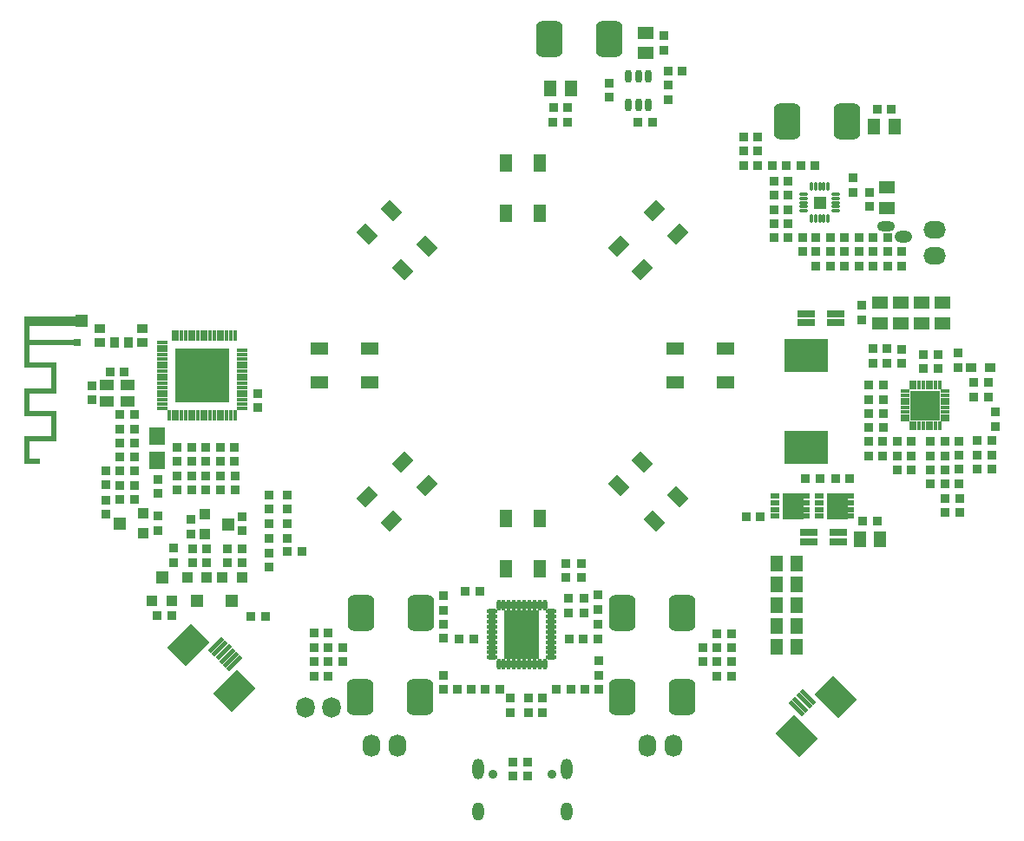
<source format=gts>
G04*
G04 #@! TF.GenerationSoftware,Altium Limited,Altium Designer,22.1.2 (22)*
G04*
G04 Layer_Color=8388736*
%FSLAX44Y44*%
%MOMM*%
G71*
G04*
G04 #@! TF.SameCoordinates,7F6DEDBC-D18B-47E0-87DD-0464843C39CA*
G04*
G04*
G04 #@! TF.FilePolarity,Negative*
G04*
G01*
G75*
%ADD61O,1.7032X1.0032*%
%ADD62O,1.7032X1.2032*%
G04:AMPARAMS|DCode=63|XSize=2.601mm|YSize=3.302mm|CornerRadius=0mm|HoleSize=0mm|Usage=FLASHONLY|Rotation=135.000|XOffset=0mm|YOffset=0mm|HoleType=Round|Shape=Rectangle|*
%AMROTATEDRECTD63*
4,1,4,2.0870,0.2479,-0.2479,-2.0870,-2.0870,-0.2479,0.2479,2.0870,2.0870,0.2479,0.0*
%
%ADD63ROTATEDRECTD63*%

G04:AMPARAMS|DCode=64|XSize=0.4013mm|YSize=1.9025mm|CornerRadius=0mm|HoleSize=0mm|Usage=FLASHONLY|Rotation=135.000|XOffset=0mm|YOffset=0mm|HoleType=Round|Shape=Rectangle|*
%AMROTATEDRECTD64*
4,1,4,0.8145,0.5307,-0.5307,-0.8145,-0.8145,-0.5307,0.5307,0.8145,0.8145,0.5307,0.0*
%
%ADD64ROTATEDRECTD64*%

G04:AMPARAMS|DCode=65|XSize=0.4mm|YSize=1.9mm|CornerRadius=0mm|HoleSize=0mm|Usage=FLASHONLY|Rotation=45.000|XOffset=0mm|YOffset=0mm|HoleType=Round|Shape=Rectangle|*
%AMROTATEDRECTD65*
4,1,4,0.5303,-0.8132,-0.8132,0.5303,-0.5303,0.8132,0.8132,-0.5303,0.5303,-0.8132,0.0*
%
%ADD65ROTATEDRECTD65*%

G04:AMPARAMS|DCode=66|XSize=2.6mm|YSize=3.3mm|CornerRadius=0mm|HoleSize=0mm|Usage=FLASHONLY|Rotation=45.000|XOffset=0mm|YOffset=0mm|HoleType=Round|Shape=Rectangle|*
%AMROTATEDRECTD66*
4,1,4,0.2475,-2.0860,-2.0860,0.2475,-0.2475,2.0860,2.0860,-0.2475,0.2475,-2.0860,0.0*
%
%ADD66ROTATEDRECTD66*%

%ADD67R,0.8620X0.8620*%
%ADD68O,0.7000X1.3000*%
%ADD69R,0.8620X0.8620*%
%ADD70R,1.5032X1.2032*%
G04:AMPARAMS|DCode=71|XSize=2.6mm|YSize=3.6mm|CornerRadius=0.675mm|HoleSize=0mm|Usage=FLASHONLY|Rotation=0.000|XOffset=0mm|YOffset=0mm|HoleType=Round|Shape=RoundedRectangle|*
%AMROUNDEDRECTD71*
21,1,2.6000,2.2500,0,0,0.0*
21,1,1.2500,3.6000,0,0,0.0*
1,1,1.3500,0.6250,-1.1250*
1,1,1.3500,-0.6250,-1.1250*
1,1,1.3500,-0.6250,1.1250*
1,1,1.3500,0.6250,1.1250*
%
%ADD71ROUNDEDRECTD71*%
%ADD72R,1.2032X1.5032*%
%ADD73R,1.2016X1.2016*%
%ADD74O,0.8516X0.3016*%
%ADD75O,0.3016X0.8516*%
%ADD76R,1.7272X0.8032*%
%ADD77R,3.0032X3.0032*%
%ADD78O,0.4032X0.9532*%
%ADD79O,0.9532X0.4032*%
%ADD80R,1.0636X0.9316*%
%ADD81R,2.0032X2.6032*%
%ADD82R,0.9032X0.5032*%
%ADD83R,4.2032X3.2032*%
%ADD84R,3.5032X4.7032*%
%ADD85O,1.0532X0.4532*%
%ADD86O,0.4532X1.0532*%
G04:AMPARAMS|DCode=87|XSize=1.7032mm|YSize=1.2032mm|CornerRadius=0mm|HoleSize=0mm|Usage=FLASHONLY|Rotation=225.000|XOffset=0mm|YOffset=0mm|HoleType=Round|Shape=Rectangle|*
%AMROTATEDRECTD87*
4,1,4,0.1768,1.0276,1.0276,0.1768,-0.1768,-1.0276,-1.0276,-0.1768,0.1768,1.0276,0.0*
%
%ADD87ROTATEDRECTD87*%

%ADD88R,1.7032X1.2032*%
G04:AMPARAMS|DCode=89|XSize=1.7032mm|YSize=1.2032mm|CornerRadius=0mm|HoleSize=0mm|Usage=FLASHONLY|Rotation=135.000|XOffset=0mm|YOffset=0mm|HoleType=Round|Shape=Rectangle|*
%AMROTATEDRECTD89*
4,1,4,1.0276,-0.1768,0.1768,-1.0276,-1.0276,0.1768,-0.1768,1.0276,1.0276,-0.1768,0.0*
%
%ADD89ROTATEDRECTD89*%

%ADD90R,1.2032X1.7032*%
%ADD91R,1.2032X1.2032*%
%ADD92R,1.1176X1.1176*%
%ADD93R,1.2032X1.2032*%
%ADD94R,1.1176X1.1176*%
%ADD95R,1.5032X1.7032*%
%ADD96R,5.3032X5.3032*%
%ADD97O,1.1032X0.4032*%
%ADD98O,0.4032X1.1032*%
%ADD99R,0.8032X0.8032*%
%ADD100R,1.4032X1.0032*%
%ADD101R,1.0000X0.8600*%
%ADD102R,0.8600X1.0000*%
%ADD103O,1.1032X1.8032*%
%ADD104O,1.1032X2.0032*%
%ADD105O,2.2032X1.7032*%
%ADD106O,1.7032X2.2032*%
%ADD107O,1.8032X2.0032*%
%ADD108C,0.9032*%
G36*
X68185Y495035D02*
X68185Y486035D01*
X19185D01*
Y472035D01*
X63396Y472035D01*
Y467035D01*
X19185Y467035D01*
Y450035D01*
X45585D01*
Y445035D01*
X45585D01*
X45585Y425035D01*
X45585D01*
Y420035D01*
X19185D01*
Y403035D01*
X45585D01*
Y403035D01*
X45585D01*
Y373007D01*
X40579Y373007D01*
X19179D01*
Y356035D01*
X29396D01*
Y351035D01*
X19179Y351035D01*
Y351035D01*
X14185D01*
Y351035D01*
X14185D01*
X14185Y356035D01*
X14185D01*
X14185Y373007D01*
D01*
Y378035D01*
X40579D01*
X40579Y398035D01*
X14185D01*
Y425035D01*
X14185D01*
X40585Y425035D01*
X40585Y445035D01*
X14185D01*
Y445035D01*
X14185D01*
Y486035D01*
X14185D01*
Y495035D01*
X68185Y495035D01*
D02*
G37*
D61*
X854456Y583692D02*
D03*
D62*
X871982Y573024D02*
D03*
D63*
X174107Y174663D02*
D03*
X219367Y129403D02*
D03*
D64*
X219008Y156631D02*
D03*
X215470Y160169D02*
D03*
X211931Y163707D02*
D03*
X208411Y167227D02*
D03*
X204873Y170766D02*
D03*
X201335Y174304D02*
D03*
D65*
X767759Y112666D02*
D03*
X771295Y116202D02*
D03*
X774830Y119736D02*
D03*
X778366Y123273D02*
D03*
D66*
X767405Y85443D02*
D03*
X805589Y123627D02*
D03*
D67*
X869950Y463438D02*
D03*
Y449438D02*
D03*
X584962Y709026D02*
D03*
Y723026D02*
D03*
X637794Y755508D02*
D03*
Y769508D02*
D03*
X642112Y707263D02*
D03*
Y721233D02*
D03*
X822452Y616570D02*
D03*
Y630570D02*
D03*
X838454Y616346D02*
D03*
Y602346D02*
D03*
X856234Y572643D02*
D03*
Y558673D02*
D03*
X842518Y558673D02*
D03*
Y572643D02*
D03*
X828548Y572643D02*
D03*
Y558673D02*
D03*
X814578Y572643D02*
D03*
Y558643D02*
D03*
X800862Y572643D02*
D03*
Y558673D02*
D03*
X786638Y572643D02*
D03*
Y558673D02*
D03*
X773176Y572643D02*
D03*
Y558673D02*
D03*
X729742Y656717D02*
D03*
Y642747D02*
D03*
X715772D02*
D03*
Y656717D02*
D03*
X870204Y558688D02*
D03*
Y544688D02*
D03*
X831088Y506110D02*
D03*
Y492110D02*
D03*
X924814Y445628D02*
D03*
Y459628D02*
D03*
X926338Y373507D02*
D03*
Y359537D02*
D03*
X943610Y346075D02*
D03*
X943610Y360045D02*
D03*
X957834Y346075D02*
D03*
X957834Y360045D02*
D03*
X961390Y401716D02*
D03*
Y387716D02*
D03*
X851662Y373253D02*
D03*
Y359283D02*
D03*
X837692Y373253D02*
D03*
Y359283D02*
D03*
X926338Y345821D02*
D03*
Y331821D02*
D03*
X675894Y157876D02*
D03*
Y171876D02*
D03*
X573532Y209154D02*
D03*
Y223154D02*
D03*
X557784Y240142D02*
D03*
Y254112D02*
D03*
X559816Y205867D02*
D03*
Y219837D02*
D03*
X542544Y254142D02*
D03*
Y240142D02*
D03*
X544576Y205867D02*
D03*
Y219837D02*
D03*
X573532Y180467D02*
D03*
Y194437D02*
D03*
X574802Y158892D02*
D03*
Y144892D02*
D03*
X519684Y122570D02*
D03*
Y108570D02*
D03*
X505841Y122570D02*
D03*
Y108570D02*
D03*
X488188Y122570D02*
D03*
Y108570D02*
D03*
X505460Y46355D02*
D03*
Y60325D02*
D03*
X490982Y46355D02*
D03*
Y60325D02*
D03*
X422656Y144922D02*
D03*
Y130922D02*
D03*
Y180721D02*
D03*
Y194691D02*
D03*
Y208392D02*
D03*
Y222392D02*
D03*
X325120Y157846D02*
D03*
Y171846D02*
D03*
X270764Y321183D02*
D03*
Y307213D02*
D03*
X252730Y321183D02*
D03*
Y307213D02*
D03*
Y292847D02*
D03*
Y278877D02*
D03*
Y264302D02*
D03*
Y250302D02*
D03*
X270764Y292847D02*
D03*
Y278877D02*
D03*
X226314Y286004D02*
D03*
Y300004D02*
D03*
X159766Y255128D02*
D03*
Y269128D02*
D03*
X176276Y282814D02*
D03*
Y296814D02*
D03*
X144272Y286385D02*
D03*
Y300355D02*
D03*
X144526Y322184D02*
D03*
Y336184D02*
D03*
X219710Y325770D02*
D03*
Y339740D02*
D03*
X205232Y339740D02*
D03*
Y325740D02*
D03*
X191177Y339740D02*
D03*
Y325740D02*
D03*
X177123Y339740D02*
D03*
Y325740D02*
D03*
X163068Y339740D02*
D03*
Y325740D02*
D03*
X219202Y367426D02*
D03*
Y353426D02*
D03*
X205232Y367426D02*
D03*
Y353426D02*
D03*
X191177Y367426D02*
D03*
Y353426D02*
D03*
X177123Y367426D02*
D03*
Y353426D02*
D03*
X163068Y367426D02*
D03*
Y353426D02*
D03*
X242062Y406004D02*
D03*
Y420004D02*
D03*
X93472Y316103D02*
D03*
Y302133D02*
D03*
Y330581D02*
D03*
Y344551D02*
D03*
X80518Y413624D02*
D03*
Y427624D02*
D03*
D68*
X603656Y730026D02*
D03*
X613156Y702026D02*
D03*
Y730026D02*
D03*
X622656Y702026D02*
D03*
X603656Y702026D02*
D03*
X622656Y730026D02*
D03*
D69*
X656209Y735076D02*
D03*
X642239D02*
D03*
X626999Y684784D02*
D03*
X613029D02*
D03*
X529971Y684784D02*
D03*
X543941D02*
D03*
X530210Y699516D02*
D03*
X544210D02*
D03*
X846186Y697992D02*
D03*
X860186D02*
D03*
X771510Y642874D02*
D03*
X785510D02*
D03*
X743585Y642874D02*
D03*
X757555Y642874D02*
D03*
X729884Y670306D02*
D03*
X715884D02*
D03*
X759587Y613537D02*
D03*
X745617D02*
D03*
X759587Y627295D02*
D03*
X745617D02*
D03*
X759587Y599779D02*
D03*
X745617Y599779D02*
D03*
X745617Y585978D02*
D03*
X759587D02*
D03*
X759587Y572262D02*
D03*
X745617D02*
D03*
X856361Y544576D02*
D03*
X842391D02*
D03*
X828421Y544576D02*
D03*
X814451D02*
D03*
X800481Y544576D02*
D03*
X786511D02*
D03*
X841883Y463550D02*
D03*
X855853D02*
D03*
X841883Y449580D02*
D03*
X855853D02*
D03*
X838073Y414337D02*
D03*
X852043D02*
D03*
X852043Y427990D02*
D03*
X838073D02*
D03*
X891652Y444246D02*
D03*
X905652D02*
D03*
X891667Y457962D02*
D03*
X905637D02*
D03*
X940420Y430530D02*
D03*
X954420D02*
D03*
X954390Y416814D02*
D03*
X940420D02*
D03*
X957722Y373888D02*
D03*
X943722D02*
D03*
X879729Y373380D02*
D03*
X865759D02*
D03*
X838073Y400685D02*
D03*
X852043D02*
D03*
X852043Y387033D02*
D03*
X838073D02*
D03*
X912114Y373380D02*
D03*
X898114D02*
D03*
X898144Y359283D02*
D03*
X912144D02*
D03*
X879729Y345186D02*
D03*
X865759D02*
D03*
X879729Y359283D02*
D03*
X865729D02*
D03*
X898144Y345186D02*
D03*
X912114D02*
D03*
X912114Y331470D02*
D03*
X898144D02*
D03*
X926719Y317500D02*
D03*
X912749D02*
D03*
X926719Y303530D02*
D03*
X912749D02*
D03*
X776478Y337058D02*
D03*
X790448D02*
D03*
X805419Y337058D02*
D03*
X819419Y337058D02*
D03*
X831962Y295402D02*
D03*
X845962D02*
D03*
X732155Y299974D02*
D03*
X718185D02*
D03*
X703946Y144018D02*
D03*
X689976D02*
D03*
X689976Y157903D02*
D03*
X703976D02*
D03*
X689976Y171789D02*
D03*
X703976D02*
D03*
X689976Y185674D02*
D03*
X703946D02*
D03*
X545450Y180594D02*
D03*
X559450D02*
D03*
X533258Y131064D02*
D03*
X547258D02*
D03*
X574690D02*
D03*
X560720D02*
D03*
X477916D02*
D03*
X463916D02*
D03*
X450215D02*
D03*
X436245D02*
D03*
X458358Y226822D02*
D03*
X444358D02*
D03*
X438262Y180594D02*
D03*
X452262D02*
D03*
X296814Y144018D02*
D03*
X310784D02*
D03*
X296784Y157988D02*
D03*
X310784D02*
D03*
X296814Y185928D02*
D03*
X310784D02*
D03*
X296784Y171958D02*
D03*
X310784D02*
D03*
X270622Y265430D02*
D03*
X284622D02*
D03*
X157876Y203454D02*
D03*
X143876D02*
D03*
X249062Y202692D02*
D03*
X235062D02*
D03*
X226441Y254762D02*
D03*
X212471D02*
D03*
X212471Y268478D02*
D03*
X226441D02*
D03*
X192151D02*
D03*
X178181D02*
D03*
X192151Y254762D02*
D03*
X178181D02*
D03*
X121285Y330454D02*
D03*
X107315D02*
D03*
X121285Y316738D02*
D03*
X107315D02*
D03*
X121300Y344424D02*
D03*
X107300D02*
D03*
X121300Y358140D02*
D03*
X107300D02*
D03*
X121300Y371856D02*
D03*
X107300D02*
D03*
X121300Y385572D02*
D03*
X107300D02*
D03*
X121300Y399288D02*
D03*
X107300D02*
D03*
X111648Y441452D02*
D03*
X97648D02*
D03*
D70*
X620268Y752254D02*
D03*
Y772254D02*
D03*
X855980Y621124D02*
D03*
X855980Y601124D02*
D03*
X848614Y508856D02*
D03*
Y488856D02*
D03*
X869103Y508856D02*
D03*
Y488856D02*
D03*
X889593Y508856D02*
D03*
Y488856D02*
D03*
X910082Y508856D02*
D03*
Y488856D02*
D03*
D71*
X526752Y765810D02*
D03*
X584752D02*
D03*
X758654Y685800D02*
D03*
X816654D02*
D03*
X597618Y123698D02*
D03*
X655618D02*
D03*
X597618Y205994D02*
D03*
X655618D02*
D03*
X342094Y123698D02*
D03*
X400094D02*
D03*
X342602Y205994D02*
D03*
X400602D02*
D03*
D72*
X527210Y718058D02*
D03*
X547210D02*
D03*
X843186Y680720D02*
D03*
X863186Y680720D02*
D03*
X829216Y277876D02*
D03*
X849216D02*
D03*
X747922Y254254D02*
D03*
X767922D02*
D03*
Y172974D02*
D03*
X747922D02*
D03*
X767922Y193294D02*
D03*
X747922D02*
D03*
X767922Y213614D02*
D03*
X747922D02*
D03*
X767922Y233934D02*
D03*
X747922D02*
D03*
D73*
X790194Y606552D02*
D03*
D74*
X805694Y610552D02*
D03*
X805694Y606552D02*
D03*
Y602552D02*
D03*
Y598552D02*
D03*
X774694D02*
D03*
Y602552D02*
D03*
Y606552D02*
D03*
X774694Y610552D02*
D03*
X774694Y614552D02*
D03*
X805694D02*
D03*
D75*
X794194Y591052D02*
D03*
X790194D02*
D03*
X786194Y591052D02*
D03*
X782194D02*
D03*
Y622052D02*
D03*
X786194D02*
D03*
X790194Y622052D02*
D03*
X794194D02*
D03*
X798194D02*
D03*
Y591052D02*
D03*
D76*
X776964Y498022D02*
D03*
X805964D02*
D03*
X805964Y489022D02*
D03*
X776964Y489022D02*
D03*
X779504Y284408D02*
D03*
X808504D02*
D03*
Y275408D02*
D03*
X779504D02*
D03*
D77*
X893064Y408178D02*
D03*
D78*
X879064Y427928D02*
D03*
X883064D02*
D03*
X887064D02*
D03*
X891064D02*
D03*
X895064D02*
D03*
X899064D02*
D03*
X903064D02*
D03*
X907064D02*
D03*
Y388428D02*
D03*
X903064D02*
D03*
X899064D02*
D03*
X895064D02*
D03*
X891064D02*
D03*
X887064D02*
D03*
X883064D02*
D03*
X879064D02*
D03*
D79*
X912814Y422178D02*
D03*
Y418178D02*
D03*
Y414178D02*
D03*
Y410178D02*
D03*
Y406178D02*
D03*
Y402178D02*
D03*
Y398178D02*
D03*
Y394178D02*
D03*
X873314D02*
D03*
Y398178D02*
D03*
Y402178D02*
D03*
Y406178D02*
D03*
Y410178D02*
D03*
Y414178D02*
D03*
Y418178D02*
D03*
Y422178D02*
D03*
D80*
X938166Y445516D02*
D03*
X956166D02*
D03*
D81*
X807706Y309894D02*
D03*
X764526D02*
D03*
D82*
X789672Y300130D02*
D03*
Y306630D02*
D03*
X819672Y313130D02*
D03*
Y319630D02*
D03*
Y300130D02*
D03*
Y306630D02*
D03*
X789672Y313130D02*
D03*
Y319630D02*
D03*
X746492Y300130D02*
D03*
Y306630D02*
D03*
X776492Y313130D02*
D03*
Y319630D02*
D03*
Y300130D02*
D03*
X776492Y306630D02*
D03*
X746492Y313130D02*
D03*
Y319630D02*
D03*
D83*
X776732Y367496D02*
D03*
Y457496D02*
D03*
D84*
X499364Y184658D02*
D03*
D85*
X528364Y207158D02*
D03*
Y202158D02*
D03*
Y197158D02*
D03*
X528364Y192158D02*
D03*
Y187158D02*
D03*
Y182158D02*
D03*
X528364Y177158D02*
D03*
Y172158D02*
D03*
Y167158D02*
D03*
Y162158D02*
D03*
X470364D02*
D03*
Y167158D02*
D03*
Y172158D02*
D03*
Y177158D02*
D03*
Y182158D02*
D03*
Y187158D02*
D03*
Y192158D02*
D03*
Y197158D02*
D03*
Y202158D02*
D03*
Y207158D02*
D03*
D86*
X521864Y155658D02*
D03*
X516864D02*
D03*
X511864D02*
D03*
X506864D02*
D03*
X501864D02*
D03*
X496864D02*
D03*
X491864D02*
D03*
X486864D02*
D03*
X481864D02*
D03*
X476864D02*
D03*
Y213658D02*
D03*
X481864D02*
D03*
X486864D02*
D03*
X491864D02*
D03*
X496864Y213658D02*
D03*
X501864D02*
D03*
X506864D02*
D03*
X511864Y213658D02*
D03*
X516864D02*
D03*
X521864D02*
D03*
D87*
X651918Y575345D02*
D03*
X628583Y598680D02*
D03*
X593935Y564031D02*
D03*
X617269Y540697D02*
D03*
X348666Y318762D02*
D03*
X372000Y295428D02*
D03*
X406649Y330076D02*
D03*
X383314Y353411D02*
D03*
D88*
X698223Y430554D02*
D03*
Y463554D02*
D03*
X649223D02*
D03*
Y430554D02*
D03*
X302360Y463554D02*
D03*
Y430554D02*
D03*
X351360D02*
D03*
Y463554D02*
D03*
D89*
X628583Y295428D02*
D03*
X651918Y318762D02*
D03*
X617269Y353411D02*
D03*
X593935Y330076D02*
D03*
X372000Y598680D02*
D03*
X348666Y575345D02*
D03*
X383314Y540697D02*
D03*
X406649Y564031D02*
D03*
D90*
X483792Y249122D02*
D03*
X516792D02*
D03*
Y298123D02*
D03*
X483792D02*
D03*
X516792Y644985D02*
D03*
X483792D02*
D03*
Y595985D02*
D03*
X516792D02*
D03*
D91*
X216789Y217932D02*
D03*
X182499D02*
D03*
X148463Y240364D02*
D03*
X70358Y490601D02*
D03*
D92*
X226441Y240792D02*
D03*
X207391D02*
D03*
X192151D02*
D03*
X173101D02*
D03*
X138811Y217504D02*
D03*
X157861D02*
D03*
D93*
X212852Y292227D02*
D03*
X107442Y293243D02*
D03*
D94*
X189992Y301879D02*
D03*
Y282829D02*
D03*
X130302Y283591D02*
D03*
Y302641D02*
D03*
D95*
X143510Y378022D02*
D03*
Y355022D02*
D03*
D96*
X187452Y437896D02*
D03*
D97*
X226452Y461896D02*
D03*
X226452Y457896D02*
D03*
Y453896D02*
D03*
Y449896D02*
D03*
Y445896D02*
D03*
Y441896D02*
D03*
Y437896D02*
D03*
Y433896D02*
D03*
Y429896D02*
D03*
Y425896D02*
D03*
Y421896D02*
D03*
Y417896D02*
D03*
X226452Y413896D02*
D03*
X226452Y409896D02*
D03*
X226452Y405896D02*
D03*
X148452D02*
D03*
X148452Y409896D02*
D03*
X148452Y413896D02*
D03*
X148452Y417896D02*
D03*
Y421896D02*
D03*
Y425896D02*
D03*
Y429896D02*
D03*
Y433896D02*
D03*
Y437896D02*
D03*
Y441896D02*
D03*
Y445896D02*
D03*
Y449896D02*
D03*
Y453896D02*
D03*
Y457896D02*
D03*
X148452Y461896D02*
D03*
X148452Y465896D02*
D03*
Y469896D02*
D03*
D98*
X219452Y398896D02*
D03*
X215452D02*
D03*
X211452Y398896D02*
D03*
X207452Y398896D02*
D03*
X203452D02*
D03*
X199452D02*
D03*
X195452D02*
D03*
X191452D02*
D03*
X187452D02*
D03*
X183452D02*
D03*
X179452D02*
D03*
X175452D02*
D03*
X171452D02*
D03*
X167452D02*
D03*
X163452Y398896D02*
D03*
X159452Y398896D02*
D03*
X155452Y398896D02*
D03*
X159452Y476896D02*
D03*
X163452Y476896D02*
D03*
X167452Y476896D02*
D03*
X171452D02*
D03*
X175452D02*
D03*
X179452D02*
D03*
X183452D02*
D03*
X187452D02*
D03*
X191452D02*
D03*
X195452D02*
D03*
X199452D02*
D03*
X203452D02*
D03*
X207452D02*
D03*
X211452Y476896D02*
D03*
X215452Y476896D02*
D03*
X219452D02*
D03*
D99*
X65786Y469519D02*
D03*
D100*
X94648Y412370D02*
D03*
X114648D02*
D03*
Y428370D02*
D03*
X94648D02*
D03*
D101*
X88138Y483743D02*
D03*
Y469773D02*
D03*
X129540Y483743D02*
D03*
Y469773D02*
D03*
D102*
X101981Y469646D02*
D03*
X115951D02*
D03*
D103*
X543630Y11576D02*
D03*
X457130D02*
D03*
D104*
Y53376D02*
D03*
X543630D02*
D03*
D105*
X902462Y579882D02*
D03*
Y554482D02*
D03*
D106*
X647700Y75946D02*
D03*
X622300D02*
D03*
X377952D02*
D03*
X352552D02*
D03*
D107*
X314198Y113792D02*
D03*
X288798D02*
D03*
D108*
X471590Y48257D02*
D03*
X529248D02*
D03*
M02*

</source>
